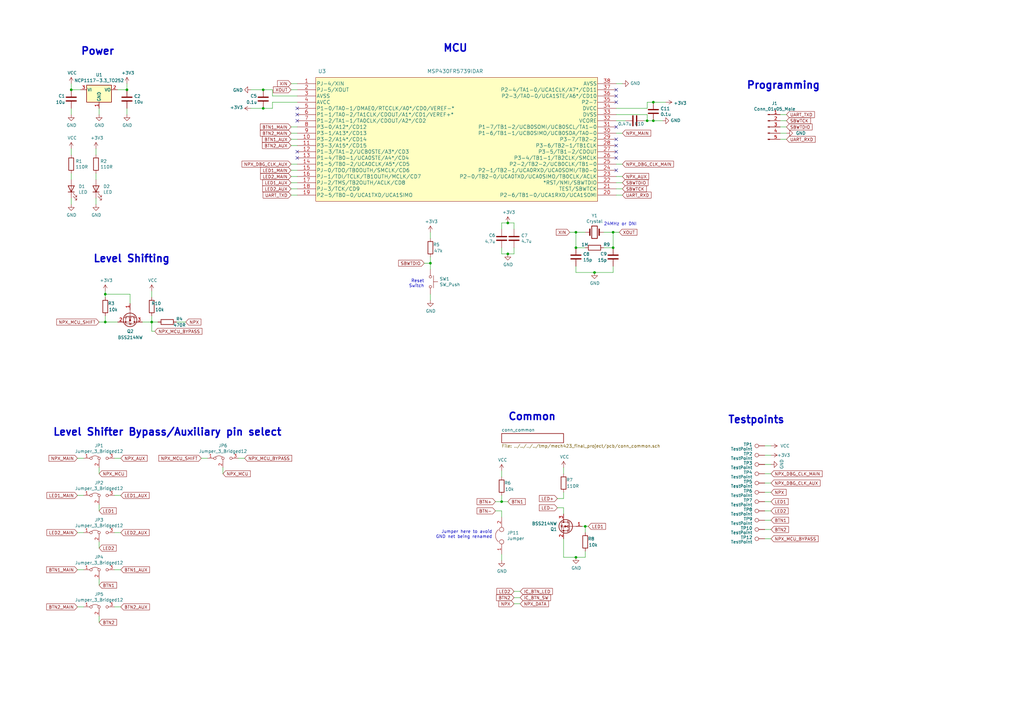
<source format=kicad_sch>
(kicad_sch (version 20230121) (generator eeschema)
  (paper "A3")
  (lib_symbols
    (symbol "Connector:TestPoint" (pin_numbers hide) (pin_names (offset 0.762) hide)
      (property "Reference" "TP" (at 0 6.858 0))
      (property "Value" "TestPoint" (at 0 5.08 0))
      (symbol "TestPoint_0_1"
        (circle (center 0 3.302) (radius 0.762))
      )
      (symbol "TestPoint_1_1"
        (pin passive line (at 0 0 90) (length 2.54) (name "1") (number "1"))
      )
    )
    (symbol "Device:C" (pin_numbers hide) (pin_names (offset 0.254))
      (property "Reference" "C" (at 0.635 2.54 0))
      (property "Value" "C" (at 0.635 -2.54 0))
      (symbol "C_0_1"
        (polyline (pts (xy -2.032 -0.762) (xy 2.032 -0.762)) (stroke (width 0.508)))
        (polyline (pts (xy -2.032 0.762) (xy 2.032 0.762)) (stroke (width 0.508)))
      )
      (symbol "C_1_1"
        (pin passive line (at 0 3.81 270) (length 2.794) (name "~") (number "1"))
        (pin passive line (at 0 -3.81 90) (length 2.794) (name "~") (number "2"))
      )
    )
    (symbol "Device:Crystal" (pin_numbers hide) (pin_names (offset 1.016) hide)
      (property "Reference" "Y" (at 0 3.81 0))
      (property "Value" "Crystal" (at 0 -3.81 0))
      (symbol "Crystal_0_1"
        (rectangle (start -1.143 2.54) (end 1.143 -2.54) (stroke (width 0.3048)))
        (polyline (pts (xy -2.54 0) (xy -1.905 0)))
        (polyline (pts (xy -1.905 -1.27) (xy -1.905 1.27)) (stroke (width 0.508)))
        (polyline (pts (xy 1.905 -1.27) (xy 1.905 1.27)) (stroke (width 0.508)))
        (polyline (pts (xy 2.54 0) (xy 1.905 0)))
      )
      (symbol "Crystal_1_1"
        (pin passive line (at -3.81 0 0) (length 1.27) (name "1") (number "1"))
        (pin passive line (at 3.81 0 180) (length 1.27) (name "2") (number "2"))
      )
    )
    (symbol "Device:LED" (pin_numbers hide) (pin_names (offset 1.016) hide)
      (property "Reference" "D" (at 0 2.54 0))
      (property "Value" "LED" (at 0 -2.54 0))
      (symbol "LED_0_1"
        (polyline (pts (xy -1.27 -1.27) (xy -1.27 1.27)) (stroke (width 0.254)))
        (polyline (pts (xy -1.27 0) (xy 1.27 0)))
        (polyline (pts (xy 1.27 -1.27) (xy 1.27 1.27) (xy -1.27 0) (xy 1.27 -1.27)) (stroke (width 0.254)))
        (polyline (pts (xy -3.048 -0.762) (xy -4.572 -2.286) (xy -3.81 -2.286) (xy -4.572 -2.286) (xy -4.572 -1.524)))
        (polyline (pts (xy -1.778 -0.762) (xy -3.302 -2.286) (xy -2.54 -2.286) (xy -3.302 -2.286) (xy -3.302 -1.524)))
      )
      (symbol "LED_1_1"
        (pin passive line (at -3.81 0 0) (length 2.54) (name "K") (number "1"))
        (pin passive line (at 3.81 0 180) (length 2.54) (name "A") (number "2"))
      )
    )
    (symbol "Device:R" (pin_numbers hide) (pin_names (offset 0))
      (property "Reference" "R" (at 2.032 0 90))
      (property "Value" "R" (at 0 0 90))
      (symbol "R_0_1"
        (rectangle (start -1.016 -2.54) (end 1.016 2.54) (stroke (width 0.254)))
      )
      (symbol "R_1_1"
        (pin passive line (at 0 3.81 270) (length 1.27) (name "~") (number "1"))
        (pin passive line (at 0 -3.81 90) (length 1.27) (name "~") (number "2"))
      )
    )
    (symbol "Regulator_Linear:NCP1117-3.3_TO252" (pin_names (offset 0.254))
      (property "Reference" "U" (at -3.81 3.175 0))
      (property "Value" "NCP1117-3.3_TO252" (at 0 3.175 0))
      (symbol "NCP1117-3.3_TO252_0_1"
        (rectangle (start -5.08 1.905) (end 5.08 -5.08) (stroke (width 0.254)) (fill (type background)))
      )
      (symbol "NCP1117-3.3_TO252_1_1"
        (pin power_in line (at 0 -7.62 90) (length 2.54) (name "GND") (number "1"))
        (pin power_out line (at 7.62 0 180) (length 2.54) (name "VO") (number "2"))
        (pin power_in line (at -7.62 0 0) (length 2.54) (name "VI") (number "3"))
      )
    )
    (symbol "Switch:SW_Push" (pin_numbers hide) (pin_names (offset 1.016) hide)
      (property "Reference" "SW" (at 1.27 2.54 0))
      (property "Value" "SW_Push" (at 0 -1.524 0))
      (symbol "SW_Push_0_1"
        (circle (center -2.032 0) (radius 0.508))
        (polyline (pts (xy 0 1.27) (xy 0 3.048)))
        (polyline (pts (xy 2.54 1.27) (xy -2.54 1.27)))
        (circle (center 2.032 0) (radius 0.508))
        (pin passive line (at -5.08 0 0) (length 2.54) (name "1") (number "1"))
        (pin passive line (at 5.08 0 180) (length 2.54) (name "2") (number "2"))
      )
    )
    (symbol "Transistor_FET:BSS214NW" (pin_names hide)
      (property "Reference" "Q" (at 5.08 1.905 0))
      (property "Value" "BSS214NW" (at 5.08 0 0))
      (symbol "BSS214NW_0_1"
        (polyline (pts (xy 0.254 0) (xy -2.54 0)))
        (polyline (pts (xy 0.254 1.905) (xy 0.254 -1.905)) (stroke (width 0.254)))
        (polyline (pts (xy 0.762 -1.27) (xy 0.762 -2.286)) (stroke (width 0.254)))
        (polyline (pts (xy 0.762 0.508) (xy 0.762 -0.508)) (stroke (width 0.254)))
        (polyline (pts (xy 0.762 2.286) (xy 0.762 1.27)) (stroke (width 0.254)))
        (polyline (pts (xy 2.54 2.54) (xy 2.54 1.778)))
        (polyline (pts (xy 2.54 -2.54) (xy 2.54 0) (xy 0.762 0)))
        (polyline (pts (xy 0.762 -1.778) (xy 3.302 -1.778) (xy 3.302 1.778) (xy 0.762 1.778)))
        (polyline (pts (xy 1.016 0) (xy 2.032 0.381) (xy 2.032 -0.381) (xy 1.016 0)) (fill (type outline)))
        (polyline (pts (xy 2.794 0.508) (xy 2.921 0.381) (xy 3.683 0.381) (xy 3.81 0.254)))
        (polyline (pts (xy 3.302 0.381) (xy 2.921 -0.254) (xy 3.683 -0.254) (xy 3.302 0.381)))
        (circle (center 1.651 0) (radius 2.794) (stroke (width 0.254)))
        (circle (center 2.54 -1.778) (radius 0.254) (fill (type outline)))
        (circle (center 2.54 1.778) (radius 0.254) (fill (type outline)))
      )
      (symbol "BSS214NW_1_1"
        (pin input line (at -5.08 0 0) (length 2.54) (name "G") (number "1"))
        (pin passive line (at 2.54 -5.08 90) (length 2.54) (name "S") (number "2"))
        (pin passive line (at 2.54 5.08 270) (length 2.54) (name "D") (number "3"))
      )
    )
    (symbol "logic_handle-rescue:Conn_01x05_Male-Connector" (pin_names (offset 1.016) hide)
      (property "Reference" "J" (at 0 7.62 0))
      (property "Value" "Connector_Conn_01x05_Male" (at 0 -7.62 0))
      (symbol "Conn_01x05_Male-Connector_1_1"
        (polyline (pts (xy 1.27 -5.08) (xy 0.8636 -5.08)) (stroke (width 0.1524)))
        (polyline (pts (xy 1.27 -2.54) (xy 0.8636 -2.54)) (stroke (width 0.1524)))
        (polyline (pts (xy 1.27 0) (xy 0.8636 0)) (stroke (width 0.1524)))
        (polyline (pts (xy 1.27 2.54) (xy 0.8636 2.54)) (stroke (width 0.1524)))
        (polyline (pts (xy 1.27 5.08) (xy 0.8636 5.08)) (stroke (width 0.1524)))
        (rectangle (start 0.8636 -4.953) (end 0 -5.207) (stroke (width 0.1524)) (fill (type outline)))
        (rectangle (start 0.8636 -2.413) (end 0 -2.667) (stroke (width 0.1524)) (fill (type outline)))
        (rectangle (start 0.8636 0.127) (end 0 -0.127) (stroke (width 0.1524)) (fill (type outline)))
        (rectangle (start 0.8636 2.667) (end 0 2.413) (stroke (width 0.1524)) (fill (type outline)))
        (rectangle (start 0.8636 5.207) (end 0 4.953) (stroke (width 0.1524)) (fill (type outline)))
        (pin passive line (at 5.08 5.08 180) (length 3.81) (name "Pin_1") (number "1"))
        (pin passive line (at 5.08 2.54 180) (length 3.81) (name "Pin_2") (number "2"))
        (pin passive line (at 5.08 0 180) (length 3.81) (name "Pin_3") (number "3"))
        (pin passive line (at 5.08 -2.54 180) (length 3.81) (name "Pin_4") (number "4"))
        (pin passive line (at 5.08 -5.08 180) (length 3.81) (name "Pin_5") (number "5"))
      )
    )
    (symbol "logic_handle-rescue:Jumper-Device" (pin_names (offset 0.762) hide)
      (property "Reference" "JP" (at 0 3.81 0))
      (property "Value" "Device_Jumper" (at 0 -2.032 0))
      (symbol "Jumper-Device_0_1"
        (circle (center -2.54 0) (radius 0.889))
        (arc (start 2.5146 1.27) (mid 0.0078 2.5097) (end -2.4892 1.27))
        (circle (center 2.54 0) (radius 0.889))
        (pin passive line (at -7.62 0 0) (length 4.191) (name "1") (number "1"))
        (pin passive line (at 7.62 0 180) (length 4.191) (name "2") (number "2"))
      )
    )
    (symbol "logic_handle-rescue:Jumper_3_Bridged12-Jumper" (pin_names (offset 0) hide)
      (property "Reference" "JP" (at -2.54 -2.54 0))
      (property "Value" "Jumper_Jumper_3_Bridged12" (at 0 2.794 0))
      (symbol "Jumper_3_Bridged12-Jumper_0_0"
        (circle (center -3.302 0) (radius 0.508))
        (circle (center 0 0) (radius 0.508))
        (circle (center 3.302 0) (radius 0.508))
      )
      (symbol "Jumper_3_Bridged12-Jumper_0_1"
        (arc (start -0.254 0.508) (mid -1.651 0.9912) (end -3.048 0.508))
        (polyline (pts (xy 0 -1.27) (xy 0 -0.508)))
      )
      (symbol "Jumper_3_Bridged12-Jumper_1_1"
        (pin passive line (at -6.35 0 0) (length 2.54) (name "A") (number "1"))
        (pin input line (at 0 -3.81 90) (length 2.54) (name "C") (number "2"))
        (pin passive line (at 6.35 0 180) (length 2.54) (name "B") (number "3"))
      )
    )
    (symbol "logic_handle-rescue:MSP430FR5739IDAR-gigahawk" (pin_names (offset 0.254))
      (property "Reference" "U" (at 0 5.08 0))
      (property "Value" "gigahawk_MSP430FR5739IDAR" (at 0 2.54 0))
      (symbol "MSP430FR5739IDAR-gigahawk_1_1"
        (rectangle (start -57.15 0) (end 58.42 -50.8) (fill (type background)))
        (pin bidirectional line (at -64.77 -2.54 0) (length 7.62) (name "PJ-4/XIN") (number "1"))
        (pin bidirectional line (at -64.77 -25.4 0) (length 7.62) (name "P3-2/A14*/CD14") (number "10"))
        (pin bidirectional line (at -64.77 -27.94 0) (length 7.62) (name "P3-3/A15*/CD15") (number "11"))
        (pin bidirectional line (at -64.77 -30.48 0) (length 7.62) (name "P1-3/TA1-2/UCB0STE/A3*/CD3") (number "12"))
        (pin bidirectional line (at -64.77 -33.02 0) (length 7.62) (name "P1-4/TB0-1/UCA0STE/A4*/CD4") (number "13"))
        (pin bidirectional line (at -64.77 -35.56 0) (length 7.62) (name "P1-5/TB0-2/UCA0CLK/A5*/CD5") (number "14"))
        (pin bidirectional line (at -64.77 -38.1 0) (length 7.62) (name "PJ-0/TDO/TB0OUTH/SMCLK/CD6") (number "15"))
        (pin bidirectional line (at -64.77 -40.64 0) (length 7.62) (name "PJ-1/TDI/TCLK/TB1OUTH/MCLK/CD7") (number "16"))
        (pin bidirectional line (at -64.77 -43.18 0) (length 7.62) (name "PJ-2/TMS/TB2OUTH/ACLK/CD8") (number "17"))
        (pin bidirectional line (at -64.77 -45.72 0) (length 7.62) (name "PJ-3/TCK/CD9") (number "18"))
        (pin bidirectional line (at -64.77 -48.26 0) (length 7.62) (name "P2-5/TB0-0/UCA1TXD/UCA1SIMO") (number "19"))
        (pin bidirectional line (at -64.77 -5.08 0) (length 7.62) (name "PJ-5/XOUT") (number "2"))
        (pin bidirectional line (at 66.04 -48.26 180) (length 7.62) (name "P2-6/TB1-0/UCA1RXD/UCA1SOMI") (number "20"))
        (pin bidirectional line (at 66.04 -45.72 180) (length 7.62) (name "TEST/SBWTCK") (number "21"))
        (pin bidirectional line (at 66.04 -43.18 180) (length 7.62) (name "*RST/NMI/SBWTDIO") (number "22"))
        (pin bidirectional line (at 66.04 -40.64 180) (length 7.62) (name "P2-0/TB2-0/UCA0TXD/UCA0SIMO/TB0CLK/ACLK") (number "23"))
        (pin bidirectional line (at 66.04 -38.1 180) (length 7.62) (name "P2-1/TB2-1/UCA0RXD/UCA0SOMI/TB0-0") (number "24"))
        (pin bidirectional line (at 66.04 -35.56 180) (length 7.62) (name "P2-2/TB2-2/UCB0CLK/TB1-0") (number "25"))
        (pin bidirectional line (at 66.04 -33.02 180) (length 7.62) (name "P3-4/TB1-1/TB2CLK/SMCLK") (number "26"))
        (pin bidirectional line (at 66.04 -30.48 180) (length 7.62) (name "P3-5/TB1-2/CDOUT") (number "27"))
        (pin bidirectional line (at 66.04 -27.94 180) (length 7.62) (name "P3-6/TB2-1/TB1CLK") (number "28"))
        (pin bidirectional line (at 66.04 -25.4 180) (length 7.62) (name "P3-7/TB2-2") (number "29"))
        (pin power_in line (at -64.77 -7.62 0) (length 7.62) (name "AVSS") (number "3"))
        (pin bidirectional line (at 66.04 -22.86 180) (length 7.62) (name "P1-6/TB1-1/UCB0SIMO/UCB0SDA/TA0-0") (number "30"))
        (pin bidirectional line (at 66.04 -20.32 180) (length 7.62) (name "P1-7/TB1-2/UCB0SOMI/UCB0SCL/TA1-0") (number "31"))
        (pin power_in line (at 66.04 -17.78 180) (length 7.62) (name "VCORE") (number "32"))
        (pin power_in line (at 66.04 -15.24 180) (length 7.62) (name "DVSS") (number "33"))
        (pin power_in line (at 66.04 -12.7 180) (length 7.62) (name "DVCC") (number "34"))
        (pin bidirectional line (at 66.04 -10.16 180) (length 7.62) (name "P2-7") (number "35"))
        (pin bidirectional line (at 66.04 -7.62 180) (length 7.62) (name "P2-3/TA0-0/UCA1STE/A6*/CD10") (number "36"))
        (pin bidirectional line (at 66.04 -5.08 180) (length 7.62) (name "P2-4/TA1-0/UCA1CLK/A7*/CD11") (number "37"))
        (pin power_in line (at 66.04 -2.54 180) (length 7.62) (name "AVSS") (number "38"))
        (pin power_in line (at -64.77 -10.16 0) (length 7.62) (name "AVCC") (number "4"))
        (pin bidirectional line (at -64.77 -12.7 0) (length 7.62) (name "P1-0/TA0-1/DMAE0/RTCCLK/A0*/CD0/VEREF-*") (number "5"))
        (pin bidirectional line (at -64.77 -15.24 0) (length 7.62) (name "P1-1/TA0-2/TA1CLK/CDOUT/A1*/CD1/VEREF+*") (number "6"))
        (pin bidirectional line (at -64.77 -17.78 0) (length 7.62) (name "P1-2/TA1-1/TA0CLK/CDOUT/A2*/CD2") (number "7"))
        (pin bidirectional line (at -64.77 -20.32 0) (length 7.62) (name "P3-0/A12*/CD12") (number "8"))
        (pin bidirectional line (at -64.77 -22.86 0) (length 7.62) (name "P3-1/A13*/CD13") (number "9"))
      )
    )
    (symbol "power:+3V3" (power) (pin_names (offset 0))
      (property "Value" "+3V3" (at 0 3.556 0))
      (symbol "+3V3_0_1"
        (polyline (pts (xy -0.762 1.27) (xy 0 2.54)))
        (polyline (pts (xy 0 0) (xy 0 2.54)))
        (polyline (pts (xy 0 2.54) (xy 0.762 1.27)))
      )
      (symbol "+3V3_1_1"
        (pin power_in line (at 0 0 90) (length 0) hide (name "+3V3") (number "1"))
      )
    )
    (symbol "power:GND" (power) (pin_names (offset 0))
      (property "Value" "GND" (at 0 -3.81 0))
      (symbol "GND_0_1"
        (polyline (pts (xy 0 0) (xy 0 -1.27) (xy 1.27 -1.27) (xy 0 -2.54) (xy -1.27 -1.27) (xy 0 -1.27)))
      )
      (symbol "GND_1_1"
        (pin power_in line (at 0 0 270) (length 0) hide (name "GND") (number "1"))
      )
    )
    (symbol "power:VCC" (power) (pin_names (offset 0))
      (property "Value" "VCC" (at 0 3.81 0))
      (symbol "VCC_0_1"
        (polyline (pts (xy -0.762 1.27) (xy 0 2.54)))
        (polyline (pts (xy 0 0) (xy 0 2.54)))
        (polyline (pts (xy 0 2.54) (xy 0.762 1.27)))
      )
      (symbol "VCC_1_1"
        (pin power_in line (at 0 0 90) (length 0) hide (name "VCC") (number "1"))
      )
    )
  )
  (junction (at 208.28 91.44))
  (junction (at 236.22 101.6))
  (junction (at 107.95 44.45))
  (junction (at 265.43 49.53))
  (junction (at 236.22 95.25))
  (junction (at 62.23 132.08))
  (junction (at 208.28 104.14))
  (junction (at 267.97 49.53))
  (junction (at 107.95 36.83))
  (junction (at 243.84 111.76))
  (junction (at 52.07 36.83))
  (junction (at 43.18 132.08))
  (junction (at 43.18 120.65))
  (junction (at 29.21 36.83))
  (junction (at 251.46 95.25))
  (junction (at 251.46 101.6))
  (junction (at 240.03 215.9))
  (junction (at 205.74 205.74))
  (junction (at 176.53 107.95))
  (junction (at 267.97 41.91))
  (junction (at 236.22 228.6))
  (no_connect (at 252.73 69.85))
  (no_connect (at 252.73 64.77))
  (no_connect (at 252.73 57.15))
  (no_connect (at 252.73 59.69))
  (no_connect (at 252.73 41.91))
  (no_connect (at 252.73 39.37))
  (no_connect (at 121.92 46.99))
  (no_connect (at 252.73 52.07))
  (no_connect (at 121.92 44.45))
  (no_connect (at 121.92 49.53))
  (no_connect (at 252.73 36.83))
  (no_connect (at 252.73 62.23))
  (no_connect (at 121.92 62.23))
  (no_connect (at 121.92 64.77))
  (wire (pts (xy 31.75 203.2) (xy 34.29 203.2)))
  (wire (pts (xy 29.21 36.83) (xy 33.02 36.83)))
  (wire (pts (xy 29.21 73.66) (xy 29.21 71.12)))
  (wire (pts (xy 203.2 209.55) (xy 205.74 209.55)))
  (wire (pts (xy 29.21 83.82) (xy 29.21 81.28)))
  (wire (pts (xy 265.43 44.45) (xy 265.43 41.91)))
  (wire (pts (xy 208.28 104.14) (xy 210.82 104.14)))
  (wire (pts (xy 40.64 209.55) (xy 40.64 207.01)))
  (wire (pts (xy 119.38 36.83) (xy 121.92 36.83)))
  (wire (pts (xy 316.23 217.17) (xy 313.69 217.17)))
  (wire (pts (xy 236.22 228.6) (xy 240.03 228.6)))
  (wire (pts (xy 40.64 46.99) (xy 40.64 44.45)))
  (wire (pts (xy 121.92 39.37) (xy 111.76 39.37)))
  (wire (pts (xy 205.74 195.58) (xy 205.74 193.04)))
  (wire (pts (xy 255.27 77.47) (xy 252.73 77.47)))
  (wire (pts (xy 316.23 205.74) (xy 313.69 205.74)))
  (wire (pts (xy 107.95 44.45) (xy 111.76 44.45)))
  (wire (pts (xy 205.74 229.87) (xy 205.74 227.33)))
  (wire (pts (xy 29.21 63.5) (xy 29.21 60.96)))
  (wire (pts (xy 231.14 194.31) (xy 231.14 191.77)))
  (wire (pts (xy 121.92 67.31) (xy 119.38 67.31)))
  (wire (pts (xy 53.34 124.46) (xy 53.34 120.65)))
  (wire (pts (xy 40.64 255.27) (xy 40.64 252.73)))
  (wire (pts (xy 62.23 132.08) (xy 62.23 135.89)))
  (wire (pts (xy 40.64 240.03) (xy 40.64 237.49)))
  (wire (pts (xy 39.37 83.82) (xy 39.37 81.28)))
  (wire (pts (xy 102.87 44.45) (xy 107.95 44.45)))
  (wire (pts (xy 316.23 198.12) (xy 313.69 198.12)))
  (wire (pts (xy 29.21 46.99) (xy 29.21 44.45)))
  (wire (pts (xy 107.95 36.83) (xy 111.76 36.83)))
  (wire (pts (xy 251.46 111.76) (xy 251.46 109.22)))
  (wire (pts (xy 316.23 186.69) (xy 313.69 186.69)))
  (wire (pts (xy 82.55 187.96) (xy 85.09 187.96)))
  (wire (pts (xy 265.43 49.53) (xy 267.97 49.53)))
  (wire (pts (xy 31.75 233.68) (xy 34.29 233.68)))
  (wire (pts (xy 119.38 77.47) (xy 121.92 77.47)))
  (wire (pts (xy 176.53 105.41) (xy 176.53 107.95)))
  (wire (pts (xy 62.23 129.54) (xy 62.23 132.08)))
  (wire (pts (xy 231.14 204.47) (xy 231.14 201.93)))
  (wire (pts (xy 29.21 36.83) (xy 29.21 34.29)))
  (wire (pts (xy 40.64 224.79) (xy 40.64 222.25)))
  (wire (pts (xy 238.76 215.9) (xy 240.03 215.9)))
  (wire (pts (xy 119.38 72.39) (xy 121.92 72.39)))
  (wire (pts (xy 62.23 135.89) (xy 63.5 135.89)))
  (wire (pts (xy 240.03 215.9) (xy 241.3 215.9)))
  (wire (pts (xy 119.38 74.93) (xy 121.92 74.93)))
  (wire (pts (xy 251.46 95.25) (xy 247.65 95.25)))
  (wire (pts (xy 255.27 34.29) (xy 252.73 34.29)))
  (wire (pts (xy 252.73 44.45) (xy 265.43 44.45)))
  (wire (pts (xy 313.69 194.31) (xy 316.23 194.31)))
  (wire (pts (xy 322.58 57.15) (xy 320.04 57.15)))
  (wire (pts (xy 176.53 123.19) (xy 176.53 120.65)))
  (wire (pts (xy 255.27 67.31) (xy 252.73 67.31)))
  (wire (pts (xy 316.23 190.5) (xy 313.69 190.5)))
  (wire (pts (xy 254 95.25) (xy 251.46 95.25)))
  (wire (pts (xy 240.03 218.44) (xy 240.03 215.9)))
  (wire (pts (xy 91.44 194.31) (xy 91.44 191.77)))
  (wire (pts (xy 49.53 248.92) (xy 46.99 248.92)))
  (wire (pts (xy 49.53 187.96) (xy 46.99 187.96)))
  (wire (pts (xy 322.58 46.99) (xy 320.04 46.99)))
  (wire (pts (xy 316.23 182.88) (xy 313.69 182.88)))
  (wire (pts (xy 231.14 228.6) (xy 236.22 228.6)))
  (wire (pts (xy 43.18 132.08) (xy 48.26 132.08)))
  (wire (pts (xy 119.38 57.15) (xy 121.92 57.15)))
  (wire (pts (xy 43.18 121.92) (xy 43.18 120.65)))
  (wire (pts (xy 43.18 120.65) (xy 43.18 119.38)))
  (wire (pts (xy 264.16 49.53) (xy 265.43 49.53)))
  (wire (pts (xy 208.28 104.14) (xy 205.74 104.14)))
  (wire (pts (xy 100.33 187.96) (xy 97.79 187.96)))
  (wire (pts (xy 119.38 69.85) (xy 121.92 69.85)))
  (wire (pts (xy 119.38 54.61) (xy 121.92 54.61)))
  (wire (pts (xy 52.07 36.83) (xy 52.07 34.29)))
  (wire (pts (xy 228.6 208.28) (xy 231.14 208.28)))
  (wire (pts (xy 322.58 52.07) (xy 320.04 52.07)))
  (wire (pts (xy 265.43 41.91) (xy 267.97 41.91)))
  (wire (pts (xy 53.34 120.65) (xy 43.18 120.65)))
  (wire (pts (xy 176.53 107.95) (xy 173.99 107.95)))
  (wire (pts (xy 31.75 187.96) (xy 34.29 187.96)))
  (wire (pts (xy 208.28 91.44) (xy 210.82 91.44)))
  (wire (pts (xy 176.53 107.95) (xy 176.53 110.49)))
  (wire (pts (xy 119.38 34.29) (xy 121.92 34.29)))
  (wire (pts (xy 39.37 73.66) (xy 39.37 71.12)))
  (wire (pts (xy 48.26 36.83) (xy 52.07 36.83)))
  (wire (pts (xy 267.97 41.91) (xy 273.05 41.91)))
  (wire (pts (xy 316.23 209.55) (xy 313.69 209.55)))
  (wire (pts (xy 119.38 59.69) (xy 121.92 59.69)))
  (wire (pts (xy 52.07 46.99) (xy 52.07 44.45)))
  (wire (pts (xy 236.22 101.6) (xy 240.03 101.6)))
  (wire (pts (xy 72.39 132.08) (xy 76.2 132.08)))
  (wire (pts (xy 267.97 49.53) (xy 271.78 49.53)))
  (wire (pts (xy 176.53 95.25) (xy 176.53 97.79)))
  (wire (pts (xy 31.75 248.92) (xy 34.29 248.92)))
  (wire (pts (xy 322.58 54.61) (xy 320.04 54.61)))
  (wire (pts (xy 236.22 95.25) (xy 236.22 101.6)))
  (wire (pts (xy 49.53 233.68) (xy 46.99 233.68)))
  (wire (pts (xy 119.38 52.07) (xy 121.92 52.07)))
  (wire (pts (xy 210.82 91.44) (xy 210.82 93.98)))
  (wire (pts (xy 243.84 111.76) (xy 236.22 111.76)))
  (wire (pts (xy 39.37 60.96) (xy 39.37 63.5)))
  (wire (pts (xy 119.38 80.01) (xy 121.92 80.01)))
  (wire (pts (xy 255.27 74.93) (xy 252.73 74.93)))
  (wire (pts (xy 213.36 247.65) (xy 210.82 247.65)))
  (wire (pts (xy 240.03 95.25) (xy 236.22 95.25)))
  (wire (pts (xy 228.6 204.47) (xy 231.14 204.47)))
  (wire (pts (xy 205.74 209.55) (xy 205.74 212.09)))
  (wire (pts (xy 316.23 201.93) (xy 313.69 201.93)))
  (wire (pts (xy 205.74 104.14) (xy 205.74 101.6)))
  (wire (pts (xy 243.84 111.76) (xy 251.46 111.76)))
  (wire (pts (xy 121.92 41.91) (xy 111.76 41.91)))
  (wire (pts (xy 64.77 132.08) (xy 62.23 132.08)))
  (wire (pts (xy 316.23 220.98) (xy 313.69 220.98)))
  (wire (pts (xy 256.54 49.53) (xy 252.73 49.53)))
  (wire (pts (xy 111.76 39.37) (xy 111.76 36.83)))
  (wire (pts (xy 62.23 121.92) (xy 62.23 119.38)))
  (wire (pts (xy 49.53 203.2) (xy 46.99 203.2)))
  (wire (pts (xy 208.28 205.74) (xy 205.74 205.74)))
  (wire (pts (xy 31.75 218.44) (xy 34.29 218.44)))
  (wire (pts (xy 205.74 91.44) (xy 208.28 91.44)))
  (wire (pts (xy 49.53 218.44) (xy 46.99 218.44)))
  (wire (pts (xy 43.18 129.54) (xy 43.18 132.08)))
  (wire (pts (xy 322.58 49.53) (xy 320.04 49.53)))
  (wire (pts (xy 40.64 191.77) (xy 40.64 194.31)))
  (wire (pts (xy 40.64 132.08) (xy 43.18 132.08)))
  (wire (pts (xy 62.23 132.08) (xy 58.42 132.08)))
  (wire (pts (xy 210.82 104.14) (xy 210.82 101.6)))
  (wire (pts (xy 240.03 228.6) (xy 240.03 226.06)))
  (wire (pts (xy 231.14 208.28) (xy 231.14 210.82)))
  (wire (pts (xy 247.65 101.6) (xy 251.46 101.6)))
  (wire (pts (xy 255.27 72.39) (xy 252.73 72.39)))
  (wire (pts (xy 210.82 245.11) (xy 213.36 245.11)))
  (wire (pts (xy 231.14 220.98) (xy 231.14 228.6)))
  (wire (pts (xy 252.73 46.99) (xy 265.43 46.99)))
  (wire (pts (xy 210.82 242.57) (xy 213.36 242.57)))
  (wire (pts (xy 102.87 36.83) (xy 107.95 36.83)))
  (wire (pts (xy 316.23 213.36) (xy 313.69 213.36)))
  (wire (pts (xy 251.46 101.6) (xy 251.46 95.25)))
  (wire (pts (xy 252.73 80.01) (xy 255.27 80.01)))
  (wire (pts (xy 203.2 205.74) (xy 205.74 205.74)))
  (wire (pts (xy 205.74 205.74) (xy 205.74 203.2)))
  (wire (pts (xy 255.27 54.61) (xy 252.73 54.61)))
  (wire (pts (xy 111.76 41.91) (xy 111.76 44.45)))
  (wire (pts (xy 236.22 111.76) (xy 236.22 109.22)))
  (wire (pts (xy 205.74 93.98) (xy 205.74 91.44)))
  (wire (pts (xy 265.43 46.99) (xy 265.43 49.53)))
  (wire (pts (xy 233.68 95.25) (xy 236.22 95.25)))
  (text "Level Shifting" (at 38.1 107.95 0) (effects (font (size 2.9972 2.9972) (thickness 0.5994) bold) (justify left bottom)))
  (text "Level Shifter Bypass/Auxiliary pin select" (at 21.59 179.07 0) (effects (font (size 2.9972 2.9972) (thickness 0.5994) bold) (justify left bottom)))
  (text "Jumper here to avoid\nGND net being renamed" (at 201.93 220.98 0) (effects (font (size 1.27 1.27)) (justify right bottom)))
  (text "Programming" (at 306.07 36.83 0) (effects (font (size 2.9972 2.9972) (thickness 0.5994) bold) (justify left bottom)))
  (text "Common" (at 208.28 172.72 0) (effects (font (size 2.9972 2.9972) (thickness 0.5994) bold) (justify left bottom)))
  (text "Testpoints" (at 298.45 173.99 0) (effects (font (size 2.9972 2.9972) (thickness 0.5994) bold) (justify left bottom)))
  (text "Reset\nSwitch" (at 173.99 118.11 0) (effects (font (size 1.27 1.27)) (justify right bottom)))
  (text "MCU" (at 181.61 21.59 0) (effects (font (size 2.9972 2.9972) (thickness 0.5994) bold) (justify left bottom)))
  (text "24MHz or DNI" (at 247.65 92.71 0) (effects (font (size 1.27 1.27)) (justify left bottom)))
  (text "Power" (at 33.02 22.86 0) (effects (font (size 2.9972 2.9972) (thickness 0.5994) bold) (justify left bottom)))
  (global_label "NPX_DBG_CLK_MAIN" (shape input) (at 255.27 67.31 0) (property "Intersheetrefs" "${INTERSHEET_REFS}" (effects hide)))
  (global_label "NPX_DBG_CLK_AUX" (shape input) (at 316.23 198.12 0) (property "Intersheetrefs" "${INTERSHEET_REFS}" (effects hide)))
  (global_label "IC_BTN_LED" (shape input) (at 213.36 242.57 0) (property "Intersheetrefs" "${INTERSHEET_REFS}" (effects hide)))
  (global_label "LED2" (shape input) (at 316.23 209.55 0) (property "Intersheetrefs" "${INTERSHEET_REFS}" (effects hide)))
  (global_label "LED1_MAIN" (shape input) (at 119.38 69.85 180) (property "Intersheetrefs" "${INTERSHEET_REFS}" (effects hide)))
  (global_label "NPX_MCU" (shape input) (at 91.44 194.31 0) (property "Intersheetrefs" "${INTERSHEET_REFS}" (effects hide)))
  (global_label "BTN-" (shape input) (at 203.2 209.55 180) (property "Intersheetrefs" "${INTERSHEET_REFS}" (effects hide)))
  (global_label "NPX_MCU_SHIFT" (shape input) (at 82.55 187.96 180) (property "Intersheetrefs" "${INTERSHEET_REFS}" (effects hide)))
  (global_label "BTN1" (shape input) (at 316.23 213.36 0) (property "Intersheetrefs" "${INTERSHEET_REFS}" (effects hide)))
  (global_label "UART_TXD" (shape input) (at 322.58 46.99 0) (property "Intersheetrefs" "${INTERSHEET_REFS}" (effects hide)))
  (global_label "NPX" (shape input) (at 316.23 201.93 0) (property "Intersheetrefs" "${INTERSHEET_REFS}" (effects hide)))
  (global_label "SBWTCK" (shape input) (at 322.58 49.53 0) (property "Intersheetrefs" "${INTERSHEET_REFS}" (effects hide)))
  (global_label "BTN+" (shape input) (at 203.2 205.74 180) (property "Intersheetrefs" "${INTERSHEET_REFS}" (effects hide)))
  (global_label "XIN" (shape input) (at 233.68 95.25 180) (property "Intersheetrefs" "${INTERSHEET_REFS}" (effects hide)))
  (global_label "LED1_MAIN" (shape input) (at 31.75 203.2 180) (property "Intersheetrefs" "${INTERSHEET_REFS}" (effects hide)))
  (global_label "SBWTDIO" (shape input) (at 173.99 107.95 180) (property "Intersheetrefs" "${INTERSHEET_REFS}" (effects hide)))
  (global_label "LED-" (shape input) (at 228.6 208.28 180) (property "Intersheetrefs" "${INTERSHEET_REFS}" (effects hide)))
  (global_label "XOUT" (shape input) (at 254 95.25 0) (property "Intersheetrefs" "${INTERSHEET_REFS}" (effects hide)))
  (global_label "LED1" (shape input) (at 316.23 205.74 0) (property "Intersheetrefs" "${INTERSHEET_REFS}" (effects hide)))
  (global_label "NPX_MCU_BYPASS" (shape input) (at 63.5 135.89 0) (property "Intersheetrefs" "${INTERSHEET_REFS}" (effects hide)))
  (global_label "NPX" (shape input) (at 76.2 132.08 0) (property "Intersheetrefs" "${INTERSHEET_REFS}" (effects hide)))
  (global_label "NPX_MCU_BYPASS" (shape input) (at 100.33 187.96 0) (property "Intersheetrefs" "${INTERSHEET_REFS}" (effects hide)))
  (global_label "LED1" (shape input) (at 241.3 215.9 0) (property "Intersheetrefs" "${INTERSHEET_REFS}" (effects hide)))
  (global_label "BTN1_MAIN" (shape input) (at 31.75 233.68 180) (property "Intersheetrefs" "${INTERSHEET_REFS}" (effects hide)))
  (global_label "LED2" (shape input) (at 40.64 224.79 0) (property "Intersheetrefs" "${INTERSHEET_REFS}" (effects hide)))
  (global_label "BTN1_MAIN" (shape input) (at 119.38 52.07 180) (property "Intersheetrefs" "${INTERSHEET_REFS}" (effects hide)))
  (global_label "NPX_MAIN" (shape input) (at 31.75 187.96 180) (property "Intersheetrefs" "${INTERSHEET_REFS}" (effects hide)))
  (global_label "SBWTDIO" (shape input) (at 322.58 52.07 0) (property "Intersheetrefs" "${INTERSHEET_REFS}" (effects hide)))
  (global_label "LED2" (shape input) (at 210.82 242.57 180) (property "Intersheetrefs" "${INTERSHEET_REFS}" (effects hide)))
  (global_label "NPX_DBG_CLK_AUX" (shape input) (at 119.38 67.31 180) (property "Intersheetrefs" "${INTERSHEET_REFS}" (effects hide)))
  (global_label "BTN2_AUX" (shape input) (at 119.38 59.69 180) (property "Intersheetrefs" "${INTERSHEET_REFS}" (effects hide)))
  (global_label "BTN2_AUX" (shape input) (at 49.53 248.92 0) (property "Intersheetrefs" "${INTERSHEET_REFS}" (effects hide)))
  (global_label "UART_RXD" (shape input) (at 255.27 80.01 0) (property "Intersheetrefs" "${INTERSHEET_REFS}" (effects hide)))
  (global_label "LED1_AUX" (shape input) (at 49.53 203.2 0) (property "Intersheetrefs" "${INTERSHEET_REFS}" (effects hide)))
  (global_label "BTN2" (shape input) (at 210.82 245.11 180) (property "Intersheetrefs" "${INTERSHEET_REFS}" (effects hide)))
  (global_label "LED2_MAIN" (shape input) (at 119.38 72.39 180) (property "Intersheetrefs" "${INTERSHEET_REFS}" (effects hide)))
  (global_label "SBWTCK" (shape input) (at 255.27 77.47 0) (property "Intersheetrefs" "${INTERSHEET_REFS}" (effects hide)))
  (global_label "BTN2_MAIN" (shape input) (at 31.75 248.92 180) (property "Intersheetrefs" "${INTERSHEET_REFS}" (effects hide)))
  (global_label "BTN1_AUX" (shape input) (at 119.38 57.15 180) (property "Intersheetrefs" "${INTERSHEET_REFS}" (effects hide)))
  (global_label "NPX_MAIN" (shape input) (at 255.27 54.61 0) (property "Intersheetrefs" "${INTERSHEET_REFS}" (effects hide)))
  (global_label "LED1" (shape input) (at 40.64 209.55 0) (property "Intersheetrefs" "${INTERSHEET_REFS}" (effects hide)))
  (global_label "NPX_AUX" (shape input) (at 255.27 72.39 0) (property "Intersheetrefs" "${INTERSHEET_REFS}" (effects hide)))
  (global_label "UART_RXD" (shape input) (at 322.58 57.15 0) (property "Intersheetrefs" "${INTERSHEET_REFS}" (effects hide)))
  (global_label "BTN1_AUX" (shape input) (at 49.53 233.68 0) (property "Intersheetrefs" "${INTERSHEET_REFS}" (effects hide)))
  (global_label "BTN2" (shape input) (at 40.64 255.27 0) (property "Intersheetrefs" "${INTERSHEET_REFS}" (effects hide)))
  (global_label "BTN2" (shape input) (at 316.23 217.17 0) (property "Intersheetrefs" "${INTERSHEET_REFS}" (effects hide)))
  (global_label "LED2_MAIN" (shape input) (at 31.75 218.44 180) (property "Intersheetrefs" "${INTERSHEET_REFS}" (effects hide)))
  (global_label "SBWTDIO" (shape input) (at 255.27 74.93 0) (property "Intersheetrefs" "${INTERSHEET_REFS}" (effects hide)))
  (global_label "XOUT" (shape input) (at 119.38 36.83 180) (property "Intersheetrefs" "${INTERSHEET_REFS}" (effects hide)))
  (global_label "NPX" (shape input) (at 210.82 247.65 180) (property "Intersheetrefs" "${INTERSHEET_REFS}" (effects hide)))
  (global_label "BTN1" (shape input) (at 208.28 205.74 0) (property "Intersheetrefs" "${INTERSHEET_REFS}" (effects hide)))
  (global_label "BTN1" (shape input) (at 40.64 240.03 0) (property "Intersheetrefs" "${INTERSHEET_REFS}" (effects hide)))
  (global_label "NPX_MCU_SHIFT" (shape input) (at 40.64 132.08 180) (property "Intersheetrefs" "${INTERSHEET_REFS}" (effects hide)))
  (global_label "NPX_DBG_CLK_MAIN" (shape input) (at 316.23 194.31 0) (property "Intersheetrefs" "${INTERSHEET_REFS}" (effects hide)))
  (global_label "LED+" (shape input) (at 228.6 204.47 180) (property "Intersheetrefs" "${INTERSHEET_REFS}" (effects hide)))
  (global_label "NPX_MCU" (shape input) (at 40.64 194.31 0) (property "Intersheetrefs" "${INTERSHEET_REFS}" (effects hide)))
  (global_label "XIN" (shape input) (at 119.38 34.29 180) (property "Intersheetrefs" "${INTERSHEET_REFS}" (effects hide)))
  (global_label "LED2_AUX" (shape input) (at 119.38 77.47 180) (property "Intersheetrefs" "${INTERSHEET_REFS}" (effects hide)))
  (global_label "LED2_AUX" (shape input) (at 49.53 218.44 0) (property "Intersheetrefs" "${INTERSHEET_REFS}" (effects hide)))
  (global_label "NPX_DATA" (shape input) (at 213.36 247.65 0) (property "Intersheetrefs" "${INTERSHEET_REFS}" (effects hide)))
  (global_label "UART_TXD" (shape input) (at 119.38 80.01 180) (property "Intersheetrefs" "${INTERSHEET_REFS}" (effects hide)))
  (global_label "LED1_AUX" (shape input) (at 119.38 74.93 180) (property "Intersheetrefs" "${INTERSHEET_REFS}" (effects hide)))
  (global_label "NPX_AUX" (shape input) (at 49.53 187.96 0) (property "Intersheetrefs" "${INTERSHEET_REFS}" (effects hide)))
  (global_label "IC_BTN_SW" (shape input) (at 213.36 245.11 0) (property "Intersheetrefs" "${INTERSHEET_REFS}" (effects hide)))
  (global_label "BTN2_MAIN" (shape input) (at 119.38 54.61 180) (property "Intersheetrefs" "${INTERSHEET_REFS}" (effects hide)))
  (global_label "NPX_MCU_BYPASS" (shape input) (at 316.23 220.98 0) (property "Intersheetrefs" "${INTERSHEET_REFS}" (effects hide)))
  (symbol (lib_id "logic_handle-rescue:Jumper_3_Bridged12-Jumper") (at 40.64 187.96 0) (unit 1)
    (property "Reference" "JP1" (at 40.64 182.7784 0))
    (property "Value" "Jumper_3_Bridged12" (at 40.64 185.0898 0))
    (property "Footprint" "Jumper:SolderJumper-3_P1.3mm_Bridged2Bar12_Pad1.0x1.5mm" (effects hide))
  )
  (symbol (lib_id "logic_handle-rescue:Jumper_3_Bridged12-Jumper") (at 91.44 187.96 0) (unit 1)
    (property "Reference" "JP6" (at 91.44 182.7784 0))
    (property "Value" "Jumper_3_Bridged12" (at 91.44 185.0898 0))
    (property "Footprint" "Jumper:SolderJumper-3_P1.3mm_Bridged2Bar12_Pad1.0x1.5mm" (effects hide))
  )
  (symbol (lib_id "logic_handle-rescue:Jumper_3_Bridged12-Jumper") (at 40.64 203.2 0) (unit 1)
    (property "Reference" "JP2" (at 40.64 198.0184 0))
    (property "Value" "Jumper_3_Bridged12" (at 40.64 200.3298 0))
    (property "Footprint" "Jumper:SolderJumper-3_P1.3mm_Bridged2Bar12_Pad1.0x1.5mm" (effects hide))
  )
  (symbol (lib_id "logic_handle-rescue:Jumper_3_Bridged12-Jumper") (at 40.64 218.44 0) (unit 1)
    (property "Reference" "JP3" (at 40.64 213.2584 0))
    (property "Value" "Jumper_3_Bridged12" (at 40.64 215.5698 0))
    (property "Footprint" "Jumper:SolderJumper-3_P1.3mm_Bridged2Bar12_Pad1.0x1.5mm" (effects hide))
  )
  (symbol (lib_id "Switch:SW_Push") (at 176.53 115.57 270) (unit 1)
    (property "Reference" "SW1" (at 180.2892 114.4016 90) (effects (justify left)))
    (property "Value" "SW_Push" (at 180.2892 116.713 90) (effects (justify left)))
    (property "Footprint" "Button_Switch_SMD:SW_SPST_TL3342" (effects hide))
    (property "Datasheet" "https://sten-eswitch-13110800-production.s3.amazonaws.com/system/asset/product_line/data_sheet/165/TL3342.pdf" (effects hide))
    (property "Digikey" "EG5470CT-ND" (effects hide))
  )
  (symbol (lib_id "power:GND") (at 176.53 123.19 0) (unit 1)
    (property "Reference" "#PWR0116" (effects hide))
    (property "Value" "GND" (at 176.657 127.5842 0))
  )
  (symbol (lib_id "Device:Crystal") (at 243.84 95.25 0) (unit 1)
    (property "Reference" "Y1" (at 243.84 88.4428 0))
    (property "Value" "Crystal" (at 243.84 90.7542 0))
    (property "Footprint" "Gigahawk:Crystal_SMD_AWSZT-CV-2Pin_3.7x3.1mm" (effects hide))
    (property "Datasheet" "https://abracon.com/Resonators/AWSZT-CV.pdf" (effects hide))
    (property "Digikey" "535-10028-2-ND" (effects hide))
  )
  (symbol (lib_id "Device:R") (at 243.84 101.6 90) (unit 1)
    (property "Reference" "R9" (at 250.19 100.33 90) (effects (justify left)))
    (property "Value" "1M" (at 241.3 100.33 90) (effects (justify left)))
    (property "Footprint" "Resistor_SMD:R_0805_2012Metric" (effects hide))
    (property "Datasheet" "https://www.te.com/commerce/DocumentDelivery/DDEController?Action=srchrtrv&DocNm=1773204&DocType=DS&DocLang=English" (effects hide))
    (property "Digikey" "A106058CT-ND" (effects hide))
  )
  (symbol (lib_id "Device:C") (at 236.22 105.41 0) (unit 1)
    (property "Reference" "C8" (at 239.141 104.2416 0) (effects (justify left)))
    (property "Value" "15p" (at 239.141 106.553 0) (effects (justify left)))
    (property "Footprint" "Capacitor_SMD:C_0805_2012Metric" (effects hide))
    (property "Datasheet" "https://datasheets.kyocera-avx.com/C0GNP0-Dielectric.pdf" (effects hide))
    (property "Digikey" "478-1306-1-ND" (effects hide))
  )
  (symbol (lib_id "Device:C") (at 251.46 105.41 180) (unit 1)
    (property "Reference" "C9" (at 248.92 104.14 0) (effects (justify left)))
    (property "Value" "15p" (at 248.92 106.68 0) (effects (justify left)))
    (property "Footprint" "Capacitor_SMD:C_0805_2012Metric" (effects hide))
    (property "Datasheet" "https://datasheets.kyocera-avx.com/C0GNP0-Dielectric.pdf" (effects hide))
    (property "Digikey" "478-1306-1-ND" (effects hide))
  )
  (symbol (lib_id "power:GND") (at 243.84 111.76 0) (unit 1)
    (property "Reference" "#PWR0117" (effects hide))
    (property "Value" "GND" (at 243.967 116.1542 0))
  )
  (symbol (lib_id "power:VCC") (at 29.21 34.29 0) (unit 1)
    (property "Reference" "#PWR01" (effects hide))
    (property "Value" "VCC" (at 29.591 29.8958 0))
  )
  (symbol (lib_id "Regulator_Linear:NCP1117-3.3_TO252") (at 40.64 36.83 0) (unit 1)
    (property "Reference" "U1" (at 40.64 30.6832 0))
    (property "Value" "NCP1117-3.3_TO252" (at 40.64 33.02 0))
    (property "Footprint" "Package_TO_SOT_SMD:TO-252-2" (effects hide))
    (property "Datasheet" "http://www.onsemi.com/pub_link/Collateral/NCP1117-D.PDF" (effects hide))
    (property "Digikey" "NCP1117ST33T3GOSCT-ND" (effects hide))
  )
  (symbol (lib_id "power:GND") (at 40.64 46.99 0) (unit 1)
    (property "Reference" "#PWR07" (effects hide))
    (property "Value" "GND" (at 40.767 51.3842 0))
  )
  (symbol (lib_id "power:+3V3") (at 52.07 34.29 0) (unit 1)
    (property "Reference" "#PWR08" (effects hide))
    (property "Value" "+3V3" (at 52.451 29.8958 0))
  )
  (symbol (lib_id "Device:C") (at 52.07 40.64 0) (unit 1)
    (property "Reference" "C2" (at 54.991 39.4716 0) (effects (justify left)))
    (property "Value" "10u" (at 54.991 41.783 0) (effects (justify left)))
    (property "Footprint" "Capacitor_SMD:C_0805_2012Metric" (effects hide))
    (property "Datasheet" "http://www1.futureelectronics.com/doc/Samsung%20Electro-Mechanics/CL21A106KPFNNNG.pdf" (effects hide))
    (property "Digikey" "1276-6456-1-ND" (effects hide))
  )
  (symbol (lib_id "Device:C") (at 29.21 40.64 180) (unit 1)
    (property "Reference" "C1" (at 26.67 39.37 0) (effects (justify left)))
    (property "Value" "10u" (at 26.67 41.91 0) (effects (justify left)))
    (property "Footprint" "Capacitor_SMD:C_0805_2012Metric" (effects hide))
    (property "Datasheet" "http://www1.futureelectronics.com/doc/Samsung%20Electro-Mechanics/CL21A106KPFNNNG.pdf" (effects hide))
    (property "Digikey" "1276-6456-1-ND" (effects hide))
  )
  (symbol (lib_id "power:GND") (at 29.21 46.99 0) (unit 1)
    (property "Reference" "#PWR02" (effects hide))
    (property "Value" "GND" (at 29.337 51.3842 0))
  )
  (symbol (lib_id "power:GND") (at 52.07 46.99 0) (unit 1)
    (property "Reference" "#PWR09" (effects hide))
    (property "Value" "GND" (at 52.197 51.3842 0))
  )
  (symbol (lib_id "power:VCC") (at 29.21 60.96 0) (unit 1)
    (property "Reference" "#PWR03" (effects hide))
    (property "Value" "VCC" (at 29.591 56.5658 0))
  )
  (symbol (lib_id "power:+3V3") (at 39.37 60.96 0) (unit 1)
    (property "Reference" "#PWR05" (effects hide))
    (property "Value" "+3V3" (at 39.751 56.5658 0))
  )
  (symbol (lib_id "Device:R") (at 29.21 67.31 0) (unit 1)
    (property "Reference" "R1" (at 30.988 66.1416 0) (effects (justify left)))
    (property "Value" "110R" (at 30.988 68.453 0) (effects (justify left)))
    (property "Footprint" "Resistor_SMD:R_0805_2012Metric" (effects hide))
    (property "Datasheet" "https://www.seielect.com/catalog/sei-rmcf_rmcp.pdf" (effects hide))
    (property "Digikey" "RMCF0805JT110RCT-ND" (effects hide))
  )
  (symbol (lib_id "Device:R") (at 39.37 67.31 0) (unit 1)
    (property "Reference" "R2" (at 41.148 66.1416 0) (effects (justify left)))
    (property "Value" "110R" (at 41.148 68.453 0) (effects (justify left)))
    (property "Footprint" "Resistor_SMD:R_0805_2012Metric" (effects hide))
    (property "Datasheet" "https://www.seielect.com/catalog/sei-rmcf_rmcp.pdf" (effects hide))
    (property "Digikey" "RMCF0805JT110RCT-ND" (effects hide))
  )
  (symbol (lib_id "Device:LED") (at 29.21 77.47 90) (unit 1)
    (property "Reference" "D1" (at 32.2072 76.4794 90) (effects (justify right)))
    (property "Value" "LED" (at 32.2072 78.7908 90) (effects (justify right)))
    (property "Footprint" "LED_SMD:LED_0603_1608Metric" (effects hide))
    (property "Datasheet" "https://optoelectronics.liteon.com/upload/download/DS22-2007-0094/LTST-C193KGKT-5A.PDF" (effects hide))
    (property "Digikey" "160-1832-1-ND" (effects hide))
  )
  (symbol (lib_id "Device:LED") (at 39.37 77.47 90) (unit 1)
    (property "Reference" "D2" (at 42.3672 76.4794 90) (effects (justify right)))
    (property "Value" "LED" (at 42.3672 78.7908 90) (effects (justify right)))
    (property "Footprint" "LED_SMD:LED_0603_1608Metric" (effects hide))
    (property "Datasheet" "https://optoelectronics.liteon.com/upload/download/DS22-2007-0094/LTST-C193KGKT-5A.PDF" (effects hide))
    (property "Digikey" "160-1832-1-ND" (effects hide))
  )
  (symbol (lib_id "power:GND") (at 29.21 83.82 0) (unit 1)
    (property "Reference" "#PWR04" (effects hide))
    (property "Value" "GND" (at 29.337 88.2142 0))
  )
  (symbol (lib_id "power:GND") (at 39.37 83.82 0) (unit 1)
    (property "Reference" "#PWR06" (effects hide))
    (property "Value" "GND" (at 39.497 88.2142 0))
  )
  (symbol (lib_id "logic_handle-rescue:MSP430FR5739IDAR-gigahawk") (at 186.69 31.75 0) (unit 1)
    (property "Reference" "U3" (at 132.08 29.21 0) (effects (font (size 1.524 1.524))))
    (property "Value" "MSP430FR5739IDAR" (at 186.69 29.21 0) (effects (font (size 1.524 1.524))))
    (property "Footprint" "Gigahawk:MSP430FR5739IDAR" (effects hide))
    (property "Datasheet" "https://www.ti.com/general/docs/suppproductinfo.tsp?distId=10&gotoUrl=https%3A%2F%2Fwww.ti.com%2Flit%2Fgpn%2Fmsp430fr5739" (effects hide))
    (property "Digikey" "296-29235-1-ND" (effects hide))
  )
  (symbol (lib_id "power:+3V3") (at 102.87 44.45 90) (unit 1)
    (property "Reference" "#PWR0104" (effects hide))
    (property "Value" "+3V3" (at 99.6188 44.069 90) (effects (justify left)))
  )
  (symbol (lib_id "logic_handle-rescue:Jumper_3_Bridged12-Jumper") (at 40.64 233.68 0) (unit 1)
    (property "Reference" "JP4" (at 40.64 228.4984 0))
    (property "Value" "Jumper_3_Bridged12" (at 40.64 230.8098 0))
    (property "Footprint" "Jumper:SolderJumper-3_P1.3mm_Bridged2Bar12_Pad1.0x1.5mm" (effects hide))
  )
  (symbol (lib_id "power:GND") (at 102.87 36.83 270) (unit 1)
    (property "Reference" "#PWR0103" (effects hide))
    (property "Value" "GND" (at 99.6188 36.957 90) (effects (justify right)))
  )
  (symbol (lib_id "Device:C") (at 107.95 40.64 180) (unit 1)
    (property "Reference" "C5" (at 105.41 39.37 0) (effects (justify left)))
    (property "Value" "0.1u" (at 105.41 41.91 0) (effects (justify left)))
    (property "Footprint" "Capacitor_SMD:C_0805_2012Metric" (effects hide))
    (property "Datasheet" "https://datasheets.avx.com/X7RDielectric.pdf" (effects hide))
    (property "Digikey" "478-10836-1-ND" (effects hide))
  )
  (symbol (lib_id "logic_handle-rescue:Jumper_3_Bridged12-Jumper") (at 40.64 248.92 0) (unit 1)
    (property "Reference" "JP5" (at 40.64 243.7384 0))
    (property "Value" "Jumper_3_Bridged12" (at 40.64 246.0498 0))
    (property "Footprint" "Jumper:SolderJumper-3_P1.3mm_Bridged2Bar12_Pad1.0x1.5mm" (effects hide))
  )
  (symbol (lib_id "power:GND") (at 255.27 34.29 90) (unit 1)
    (property "Reference" "#PWR0102" (effects hide))
    (property "Value" "GND" (at 258.5212 34.163 90) (effects (justify right)))
  )
  (symbol (lib_id "power:+3V3") (at 273.05 41.91 270) (unit 1)
    (property "Reference" "#PWR0101" (effects hide))
    (property "Value" "+3V3" (at 276.3012 42.291 90) (effects (justify left)))
  )
  (symbol (lib_id "power:GND") (at 271.78 49.53 90) (unit 1)
    (property "Reference" "#PWR0105" (effects hide))
    (property "Value" "GND" (at 275.0312 49.403 90) (effects (justify right)))
  )
  (symbol (lib_id "Device:C") (at 260.35 49.53 90) (unit 1)
    (property "Reference" "C10" (at 264.16 50.8 90) (effects (justify left)))
    (property "Value" "0.47u" (at 259.08 50.8 90) (effects (justify left)))
    (property "Footprint" "Capacitor_SMD:C_0805_2012Metric" (effects hide))
    (property "Datasheet" "https://datasheets.kyocera-avx.com/X7RDielectric.pdf" (effects hide))
    (property "Digikey" "478-10438-1-ND" (effects hide))
  )
  (symbol (lib_id "Device:C") (at 267.97 45.72 0) (unit 1)
    (property "Reference" "C11" (at 270.891 44.5516 0) (effects (justify left)))
    (property "Value" "0.1u" (at 270.891 46.863 0) (effects (justify left)))
    (property "Footprint" "Capacitor_SMD:C_0805_2012Metric" (effects hide))
    (property "Datasheet" "https://datasheets.avx.com/X7RDielectric.pdf" (effects hide))
    (property "Digikey" "478-10836-1-ND" (effects hide))
  )
  (symbol (lib_id "Device:C") (at 210.82 97.79 0) (unit 1)
    (property "Reference" "C7" (at 213.741 96.6216 0) (effects (justify left)))
    (property "Value" "4.7u" (at 213.741 98.933 0) (effects (justify left)))
    (property "Footprint" "Capacitor_SMD:C_0805_2012Metric" (effects hide))
    (property "Datasheet" "https://www.samsungsem.com/kr/support/product-search/mlcc/CL21A475KPFNNNE.jsp" (effects hide))
    (property "Digikey" "1276-1259-1-ND" (effects hide))
  )
  (symbol (lib_id "power:+3V3") (at 208.28 91.44 0) (unit 1)
    (property "Reference" "#PWR0106" (effects hide))
    (property "Value" "+3V3" (at 208.661 87.0458 0))
  )
  (symbol (lib_id "Device:C") (at 205.74 97.79 180) (unit 1)
    (property "Reference" "C6" (at 203.2 96.52 0) (effects (justify left)))
    (property "Value" "4.7u" (at 203.2 99.06 0) (effects (justify left)))
    (property "Footprint" "Capacitor_SMD:C_0805_2012Metric" (effects hide))
    (property "Datasheet" "https://www.samsungsem.com/kr/support/product-search/mlcc/CL21A475KPFNNNE.jsp" (effects hide))
    (property "Digikey" "1276-1259-1-ND" (effects hide))
  )
  (symbol (lib_id "power:GND") (at 208.28 104.14 0) (unit 1)
    (property "Reference" "#PWR0107" (effects hide))
    (property "Value" "GND" (at 208.407 108.5342 0))
  )
  (symbol (lib_id "power:VCC") (at 205.74 193.04 0) (unit 1)
    (property "Reference" "#PWR0118" (effects hide))
    (property "Value" "VCC" (at 206.121 188.6458 0))
  )
  (symbol (lib_id "Device:R") (at 205.74 199.39 180) (unit 1)
    (property "Reference" "R6" (at 209.55 198.12 0) (effects (justify left)))
    (property "Value" "10k" (at 210.82 200.66 0) (effects (justify left)))
    (property "Footprint" "Resistor_SMD:R_0805_2012Metric" (effects hide))
    (property "Datasheet" "https://www.seielect.com/catalog/sei-rmcf_rmcp.pdf" (effects hide))
    (property "Digikey" "RMCF0805JT10K0CT-ND" (effects hide))
  )
  (symbol (lib_id "logic_handle-rescue:Jumper-Device") (at 205.74 219.71 90) (unit 1)
    (property "Reference" "JP11" (at 207.9752 218.5416 90) (effects (justify right)))
    (property "Value" "Jumper" (at 207.9752 220.853 90) (effects (justify right)))
    (property "Footprint" "Jumper:SolderJumper-2_P1.3mm_Bridged2Bar_Pad1.0x1.5mm" (effects hide))
  )
  (symbol (lib_id "Device:R") (at 68.58 132.08 90) (unit 1)
    (property "Reference" "R4" (at 74.93 130.81 90) (effects (justify left)))
    (property "Value" "470R" (at 76.2 133.35 90) (effects (justify left)))
    (property "Footprint" "Resistor_SMD:R_0805_2012Metric" (effects hide))
    (property "Datasheet" "https://www.te.com/commerce/DocumentDelivery/DDEController?Action=srchrtrv&DocNm=1773204-3&DocType=DS&DocLang=English" (effects hide))
    (property "Digikey" "A129745CT-ND" (effects hide))
  )
  (symbol (lib_id "power:GND") (at 205.74 229.87 0) (unit 1)
    (property "Reference" "#PWR0119" (effects hide))
    (property "Value" "GND" (at 205.867 234.2642 0))
  )
  (symbol (lib_id "power:VCC") (at 231.14 191.77 0) (unit 1)
    (property "Reference" "#PWR0120" (effects hide))
    (property "Value" "VCC" (at 231.521 187.3758 0))
  )
  (symbol (lib_id "Device:R") (at 231.14 198.12 180) (unit 1)
    (property "Reference" "R7" (at 234.95 196.85 0) (effects (justify left)))
    (property "Value" "110R" (at 237.49 199.39 0) (effects (justify left)))
    (property "Footprint" "Resistor_SMD:R_0805_2012Metric" (effects hide))
    (property "Datasheet" "https://www.seielect.com/catalog/sei-rmcf_rmcp.pdf" (effects hide))
    (property "Digikey" "RMCF0805JT110RCT-ND" (effects hide))
  )
  (symbol (lib_id "Transistor_FET:BSS214NW") (at 233.68 215.9 0) (mirror y) (unit 1)
    (property "Reference" "Q1" (at 228.473 217.0684 0) (effects (justify left)))
    (property "Value" "BSS214NW" (at 228.473 214.757 0) (effects (justify left)))
    (property "Footprint" "Package_TO_SOT_SMD:SOT-323_SC-70" (effects hide))
    (property "Datasheet" "https://www.infineon.com/dgdl/Infineon-BSS214NW-DS-v02_02-en.pdf?fileId=db3a30431b3e89eb011b695aebc01bde" (effects hide))
    (property "Digikey" "BSS214NWH6327XTSA1CT-ND" (effects hide))
  )
  (symbol (lib_id "Device:R") (at 240.03 222.25 180) (unit 1)
    (property "Reference" "R8" (at 243.84 220.98 0) (effects (justify left)))
    (property "Value" "10k" (at 245.11 223.52 0) (effects (justify left)))
    (property "Footprint" "Resistor_SMD:R_0805_2012Metric" (effects hide))
    (property "Datasheet" "https://www.seielect.com/catalog/sei-rmcf_rmcp.pdf" (effects hide))
    (property "Digikey" "RMCF0805JT10K0CT-ND" (effects hide))
  )
  (symbol (lib_id "power:GND") (at 236.22 228.6 0) (unit 1)
    (property "Reference" "#PWR0121" (effects hide))
    (property "Value" "GND" (at 236.347 232.9942 0))
  )
  (symbol (lib_id "Device:R") (at 176.53 101.6 180) (unit 1)
    (property "Reference" "R5" (at 180.34 100.33 0) (effects (justify left)))
    (property "Value" "47k" (at 181.61 102.87 0) (effects (justify left)))
    (property "Footprint" "Resistor_SMD:R_0805_2012Metric" (effects hide))
    (property "Datasheet" "https://www.te.com/commerce/DocumentDelivery/DDEController?Action=srchrtrv&DocNm=1773204-3&DocType=DS&DocLang=English" (effects hide))
    (property "Digikey" "A130144CT-ND" (effects hide))
  )
  (symbol (lib_id "power:+3V3") (at 176.53 95.25 0) (unit 1)
    (property "Reference" "#PWR0122" (effects hide))
    (property "Value" "+3V3" (at 176.911 90.8558 0))
  )
  (symbol (lib_id "logic_handle-rescue:Conn_01x05_Male-Connector") (at 314.96 52.07 0) (unit 1)
    (property "Reference" "J1" (at 317.7032 42.3926 0))
    (property "Value" "Conn_01x05_Male" (at 317.7032 44.704 0))
    (property "Footprint" "Connector_PinHeader_2.54mm:PinHeader_1x05_P2.54mm_Vertical" (effects hide))
  )
  (symbol (lib_id "power:GND") (at 322.58 54.61 90) (unit 1)
    (property "Reference" "#PWR0123" (effects hide))
    (property "Value" "GND" (at 326.39 54.61 90) (effects (justify right)))
  )
  (symbol (lib_id "Connector:TestPoint") (at 313.69 182.88 90) (unit 1)
    (property "Reference" "TP1" (at 308.61 181.61 90) (effects (justify left bottom)))
    (property "Value" "TestPoint" (at 308.61 184.15 90) (effects (justify left)))
    (property "Footprint" "TestPoint:TestPoint_Pad_2.0x2.0mm" (effects hide))
  )
  (symbol (lib_id "power:VCC") (at 316.23 182.88 270) (unit 1)
    (property "Reference" "#PWR0124" (effects hide))
    (property "Value" "VCC" (at 320.04 182.88 90) (effects (justify left)))
  )
  (symbol (lib_id "power:+3V3") (at 316.23 186.69 270) (unit 1)
    (property "Reference" "#PWR0125" (effects hide))
    (property "Value" "+3V3" (at 318.77 186.69 90) (effects (justify left)))
  )
  (symbol (lib_id "Connector:TestPoint") (at 313.69 186.69 90) (unit 1)
    (property "Reference" "TP2" (at 308.61 185.42 90) (effects (justify left bottom)))
    (property "Value" "TestPoint" (at 308.61 187.96 90) (effects (justify left)))
    (property "Footprint" "TestPoint:TestPoint_Pad_2.0x2.0mm" (effects hide))
  )
  (symbol (lib_id "Connector:TestPoint") (at 313.69 190.5 90) (unit 1)
    (property "Reference" "TP3" (at 308.61 189.23 90) (effects (justify left bottom)))
    (property "Value" "TestPoint" (at 308.61 191.77 90) (effects (justify left)))
    (property "Footprint" "TestPoint:TestPoint_Pad_2.0x2.0mm" (effects hide))
  )
  (symbol (lib_id "power:GND") (at 316.23 190.5 90) (unit 1)
    (property "Reference" "#PWR0126" (effects hide))
    (property "Value" "GND" (at 320.6242 190.373 0))
  )
  (symbol (lib_id "Connector:TestPoint") (at 313.69 194.31 90) (unit 1)
    (property "Reference" "TP4" (at 308.61 193.04 90) (effects (justify left bottom)))
    (property "Value" "TestPoint" (at 308.61 195.58 90) (effects (justify left)))
    (property "Footprint" "TestPoint:TestPoint_Pad_2.0x2.0mm" (effects hide))
  )
  (symbol (lib_id "Connector:TestPoint") (at 313.69 198.12 90) (unit 1)
    (property "Reference" "TP5" (at 308.61 196.85 90) (effects (justify left bottom)))
    (property "Value" "TestPoint" (at 308.61 199.39 90) (effects (justify left)))
    (property "Footprint" "TestPoint:TestPoint_Pad_2.0x2.0mm" (effects hide))
  )
  (symbol (lib_id "Connector:TestPoint") (at 313.69 201.93 90) (unit 1)
    (property "Reference" "TP6" (at 308.61 200.66 90) (effects (justify left bottom)))
    (property "Value" "TestPoint" (at 308.61 203.2 90) (effects (justify left)))
    (property "Footprint" "TestPoint:TestPoint_Pad_2.0x2.0mm" (effects hide))
  )
  (symbol (lib_id "Connector:TestPoint") (at 313.69 205.74 90) (unit 1)
    (property "Reference" "TP7" (at 308.61 204.47 90) (effects (justify left bottom)))
    (property "Value" "TestPoint" (at 308.61 207.01 90) (effects (justify left)))
    (property "Footprint" "TestPoint:TestPoint_Pad_2.0x2.0mm" (effects hide))
  )
  (symbol (lib_id "Connector:TestPoint") (at 313.69 209.55 90) (unit 1)
    (property "Reference" "TP8" (at 308.61 208.28 90) (effects (justify left bottom)))
    (property "Value" "TestPoint" (at 308.61 210.82 90) (effects (justify left)))
    (property "Footprint" "TestPoint:TestPoint_Pad_2.0x2.0mm" (effects hide))
  )
  (symbol (lib_id "Transistor_FET:BSS214NW") (at 53.34 129.54 270) (unit 1)
    (property "Reference" "Q2" (at 52.07 135.89 90) (effects (justify left)))
    (property "Value" "BSS214NW" (at 48.26 138.43 90) (effects (justify left)))
    (property "Footprint" "Package_TO_SOT_SMD:SOT-323_SC-70" (effects hide))
    (property "Datasheet" "https://www.infineon.com/dgdl/Infineon-BSS214NW-DS-v02_02-en.pdf?fileId=db3a30431b3e89eb011b695aebc01bde" (effects hide))
    (property "Digikey" "BSS214NWH6327XTSA1CT-ND" (effects hide))
  )
  (symbol (lib_id "Device:R") (at 43.18 125.73 180) (unit 1)
    (property "Reference" "R3" (at 46.99 124.46 0) (effects (justify left)))
    (property "Value" "10k" (at 48.26 127 0) (effects (justify left)))
    (property "Footprint" "Resistor_SMD:R_0805_2012Metric" (effects hide))
    (property "Datasheet" "https://www.seielect.com/catalog/sei-rmcf_rmcp.pdf" (effects hide))
    (property "Digikey" "RMCF0805JT10K0CT-ND" (effects hide))
  )
  (symbol (lib_id "power:+3V3") (at 43.18 119.38 0) (unit 1)
    (property "Reference" "#PWR010" (effects hide))
    (property "Value" "+3V3" (at 43.561 114.9858 0))
  )
  (symbol (lib_id "Connector:TestPoint") (at 313.69 213.36 90) (unit 1)
    (property "Reference" "TP9" (at 308.61 212.09 90) (effects (justify left bottom)))
    (property "Value" "TestPoint" (at 308.61 214.63 90) (effects (justify left)))
    (property "Footprint" "TestPoint:TestPoint_Pad_2.0x2.0mm" (effects hide))
  )
  (symbol (lib_id "Connector:TestPoint") (at 313.69 217.17 90) (unit 1)
    (property "Reference" "TP10" (at 308.61 215.9 90) (effects (justify left bottom)))
    (property "Value" "TestPoint" (at 308.61 218.44 90) (effects (justify left)))
    (property "Footprint" "TestPoint:TestPoint_Pad_2.0x2.0mm" (effects hide))
  )
  (symbol (lib_id "Connector:TestPoint") (at 313.69 220.98 90) (unit 1)
    (property "Reference" "TP12" (at 308.61 219.71 90) (effects (justify left bottom)))
    (property "Value" "TestPoint" (at 308.61 222.25 90) (effects (justify left)))
    (property "Footprint" "TestPoint:TestPoint_Pad_2.0x2.0mm" (effects hide))
  )
  (symbol (lib_id "Device:R") (at 62.23 125.73 180) (unit 1)
    (property "Reference" "R10" (at 66.04 124.46 0) (effects (justify left)))
    (property "Value" "10k" (at 67.31 127 0) (effects (justify left)))
    (property "Footprint" "Resistor_SMD:R_0805_2012Metric" (effects hide))
    (property "Datasheet" "https://www.seielect.com/catalog/sei-rmcf_rmcp.pdf" (effects hide))
    (property "Digikey" "RMCF0805JT10K0CT-ND" (effects hide))
  )
  (symbol (lib_id "power:VCC") (at 62.23 119.38 0) (unit 1)
    (property "Reference" "#PWR011" (effects hide))
    (property "Value" "VCC" (at 62.611 114.9858 0))
  )
  (sheet (at 205.74 177.8) (size 25.4 3.81)
    (property "Sheetname" "conn_common" (at 205.74 177.0884 0) (effects (justify left bottom)))
    (property "Sheetfile" "../../../../tmp/mech423_final_project/pcb/conn_common.sch" (at 205.74 182.1946 0) (effects (justify left top)))
  )
)
</source>
